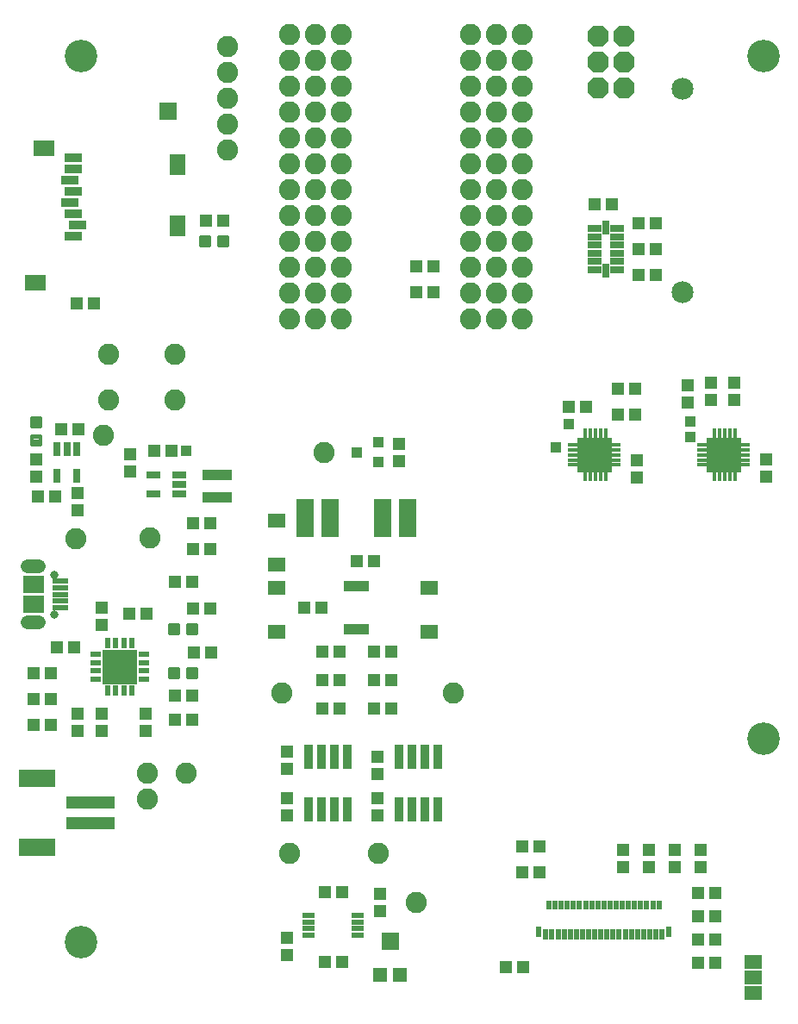
<source format=gts>
G75*
%MOIN*%
%OFA0B0*%
%FSLAX25Y25*%
%IPPOS*%
%LPD*%
%AMOC8*
5,1,8,0,0,1.08239X$1,22.5*
%
%ADD10R,0.02001X0.04300*%
%ADD11R,0.03200X0.09500*%
%ADD12R,0.04816X0.02414*%
%ADD13R,0.06587X0.05800*%
%ADD14R,0.06706X0.14580*%
%ADD15R,0.05131X0.04737*%
%ADD16R,0.04737X0.05131*%
%ADD17R,0.06706X0.07099*%
%ADD18R,0.05524X0.05524*%
%ADD19R,0.01981X0.03359*%
%ADD20R,0.01981X0.03950*%
%ADD21R,0.02375X0.04324*%
%ADD22R,0.02375X0.03950*%
%ADD23R,0.03950X0.02178*%
%ADD24R,0.03950X0.02375*%
%ADD25R,0.13386X0.13386*%
%ADD26C,0.01421*%
%ADD27R,0.05524X0.02965*%
%ADD28C,0.08200*%
%ADD29R,0.06115X0.02375*%
%ADD30R,0.08280X0.06706*%
%ADD31C,0.03162*%
%ADD32C,0.05169*%
%ADD33R,0.04343X0.03950*%
%ADD34R,0.18910X0.04737*%
%ADD35R,0.14186X0.07099*%
%ADD36R,0.11430X0.03950*%
%ADD37R,0.03950X0.01784*%
%ADD38R,0.01784X0.03950*%
%ADD39R,0.07100X0.05400*%
%ADD40C,0.12611*%
%ADD41R,0.08280X0.06312*%
%ADD42R,0.06312X0.07887*%
%ADD43R,0.06706X0.03556*%
%ADD44R,0.05524X0.02769*%
%ADD45R,0.02769X0.05524*%
%ADD46OC8,0.08200*%
%ADD47R,0.04300X0.04300*%
%ADD48R,0.02965X0.05524*%
%ADD49C,0.08477*%
%ADD50R,0.06800X0.06800*%
D10*
X0149563Y0163195D03*
X0151531Y0163195D03*
X0153500Y0163195D03*
X0155469Y0163195D03*
X0157437Y0163195D03*
X0157437Y0179805D03*
X0155469Y0179805D03*
X0153500Y0179805D03*
X0151531Y0179805D03*
X0149563Y0179805D03*
D11*
X0150000Y0113800D03*
X0145000Y0113800D03*
X0140000Y0113800D03*
X0135000Y0113800D03*
X0135000Y0093200D03*
X0140000Y0093200D03*
X0145000Y0093200D03*
X0150000Y0093200D03*
X0170000Y0093200D03*
X0175000Y0093200D03*
X0180000Y0093200D03*
X0185000Y0093200D03*
X0185000Y0113800D03*
X0180000Y0113800D03*
X0175000Y0113800D03*
X0170000Y0113800D03*
D12*
X0153949Y0052339D03*
X0153949Y0049780D03*
X0153949Y0047220D03*
X0153949Y0044661D03*
X0135051Y0044661D03*
X0135051Y0047220D03*
X0135051Y0049780D03*
X0135051Y0052339D03*
D13*
X0122500Y0162035D03*
X0122500Y0178965D03*
X0122500Y0188035D03*
X0122500Y0204965D03*
X0181500Y0178965D03*
X0181500Y0162035D03*
D14*
X0173421Y0206000D03*
X0163579Y0206000D03*
X0143421Y0206000D03*
X0133579Y0206000D03*
D15*
X0153654Y0189500D03*
X0160346Y0189500D03*
X0139846Y0171500D03*
X0133154Y0171500D03*
X0140154Y0154500D03*
X0146846Y0154500D03*
X0146846Y0143500D03*
X0140154Y0143500D03*
X0140154Y0132500D03*
X0146846Y0132500D03*
X0160154Y0132500D03*
X0166846Y0132500D03*
X0166846Y0143500D03*
X0160154Y0143500D03*
X0160154Y0154500D03*
X0166846Y0154500D03*
X0097346Y0154000D03*
X0090654Y0154000D03*
X0089846Y0137500D03*
X0083154Y0137500D03*
X0083154Y0128000D03*
X0089846Y0128000D03*
X0090154Y0171000D03*
X0096846Y0171000D03*
X0089846Y0181500D03*
X0083154Y0181500D03*
X0072346Y0169000D03*
X0065654Y0169000D03*
X0044346Y0156000D03*
X0037654Y0156000D03*
X0035346Y0146000D03*
X0028654Y0146000D03*
X0028654Y0136000D03*
X0035346Y0136000D03*
X0035346Y0126000D03*
X0028654Y0126000D03*
X0090154Y0194000D03*
X0096846Y0194000D03*
X0096846Y0204000D03*
X0090154Y0204000D03*
X0081846Y0232000D03*
X0075154Y0232000D03*
X0045846Y0240500D03*
X0039154Y0240500D03*
X0036846Y0214500D03*
X0030154Y0214500D03*
X0045154Y0289000D03*
X0051846Y0289000D03*
X0095154Y0321000D03*
X0101846Y0321000D03*
X0176654Y0303500D03*
X0183346Y0303500D03*
X0183346Y0293500D03*
X0176654Y0293500D03*
X0235654Y0249000D03*
X0242346Y0249000D03*
X0254654Y0246000D03*
X0261346Y0246000D03*
X0261346Y0256000D03*
X0254654Y0256000D03*
X0262654Y0300000D03*
X0269346Y0300000D03*
X0269346Y0310000D03*
X0262654Y0310000D03*
X0262654Y0320000D03*
X0269346Y0320000D03*
X0252346Y0327500D03*
X0245654Y0327500D03*
X0224346Y0079000D03*
X0217654Y0079000D03*
X0217654Y0069000D03*
X0224346Y0069000D03*
X0217846Y0032500D03*
X0211154Y0032500D03*
X0147846Y0034500D03*
X0141154Y0034500D03*
X0141254Y0061500D03*
X0147946Y0061500D03*
X0285654Y0061000D03*
X0292346Y0061000D03*
X0292346Y0052000D03*
X0285654Y0052000D03*
X0285654Y0043000D03*
X0292346Y0043000D03*
X0292346Y0034000D03*
X0285654Y0034000D03*
D16*
X0286500Y0071154D03*
X0286500Y0077846D03*
X0276500Y0077846D03*
X0276500Y0071154D03*
X0266500Y0071154D03*
X0266500Y0077846D03*
X0256500Y0077846D03*
X0256500Y0071154D03*
X0162500Y0060846D03*
X0162500Y0054154D03*
X0161500Y0091154D03*
X0161500Y0097846D03*
X0161500Y0107154D03*
X0161500Y0113846D03*
X0126500Y0115846D03*
X0126500Y0109154D03*
X0126500Y0097846D03*
X0126500Y0091154D03*
X0126500Y0043846D03*
X0126500Y0037154D03*
X0072000Y0123654D03*
X0072000Y0130346D03*
X0055000Y0130346D03*
X0055000Y0123654D03*
X0045500Y0123654D03*
X0045500Y0130346D03*
X0055000Y0164654D03*
X0055000Y0171346D03*
X0045500Y0209154D03*
X0045500Y0215846D03*
X0029500Y0222154D03*
X0029500Y0228846D03*
X0066000Y0230846D03*
X0066000Y0224154D03*
X0170000Y0228154D03*
X0170000Y0234846D03*
X0262000Y0228346D03*
X0262000Y0221654D03*
X0281500Y0250654D03*
X0281500Y0257346D03*
X0290500Y0258346D03*
X0290500Y0251654D03*
X0299500Y0251654D03*
X0299500Y0258346D03*
X0312000Y0228846D03*
X0312000Y0222154D03*
D17*
X0166500Y0042406D03*
D18*
X0162563Y0029315D03*
X0170437Y0029315D03*
D19*
X0227996Y0056504D03*
X0230358Y0056504D03*
X0232720Y0056504D03*
X0235083Y0056504D03*
X0237445Y0056504D03*
X0239807Y0056504D03*
X0242169Y0056504D03*
X0244531Y0056504D03*
X0246894Y0056504D03*
X0249256Y0056504D03*
X0251618Y0056504D03*
X0253980Y0056504D03*
X0256343Y0056504D03*
X0258705Y0056504D03*
X0261067Y0056504D03*
X0263429Y0056504D03*
X0265791Y0056504D03*
X0268154Y0056504D03*
X0270516Y0056504D03*
D20*
X0271657Y0045185D03*
X0269295Y0045185D03*
X0266933Y0045185D03*
X0264571Y0045185D03*
X0262209Y0045185D03*
X0259846Y0045185D03*
X0257484Y0045185D03*
X0255122Y0045185D03*
X0252760Y0045185D03*
X0250398Y0045185D03*
X0248035Y0045185D03*
X0245673Y0045185D03*
X0243311Y0045185D03*
X0240949Y0045185D03*
X0238587Y0045185D03*
X0236224Y0045185D03*
X0233862Y0045185D03*
X0231500Y0045185D03*
X0229138Y0045185D03*
X0226776Y0045185D03*
D21*
X0224020Y0045972D03*
X0274413Y0045972D03*
D22*
X0066724Y0139248D03*
X0063575Y0139248D03*
X0060425Y0139248D03*
X0057276Y0139248D03*
X0057276Y0157752D03*
X0060425Y0157752D03*
X0063575Y0157752D03*
X0066724Y0157752D03*
D23*
X0071252Y0143776D03*
D24*
X0071252Y0146925D03*
X0071252Y0150075D03*
X0071252Y0153224D03*
X0052748Y0153224D03*
X0052748Y0150075D03*
X0052748Y0146925D03*
X0052748Y0143776D03*
D25*
X0062000Y0148500D03*
X0245500Y0230500D03*
X0295500Y0230500D03*
D26*
X0100295Y0311342D02*
X0100295Y0314658D01*
X0103611Y0314658D01*
X0103611Y0311342D01*
X0100295Y0311342D01*
X0100295Y0312762D02*
X0103611Y0312762D01*
X0103611Y0314182D02*
X0100295Y0314182D01*
X0093389Y0314658D02*
X0093389Y0311342D01*
X0093389Y0314658D02*
X0096705Y0314658D01*
X0096705Y0311342D01*
X0093389Y0311342D01*
X0093389Y0312762D02*
X0096705Y0312762D01*
X0096705Y0314182D02*
X0093389Y0314182D01*
X0031158Y0241295D02*
X0027842Y0241295D01*
X0027842Y0244611D01*
X0031158Y0244611D01*
X0031158Y0241295D01*
X0031158Y0242715D02*
X0027842Y0242715D01*
X0027842Y0244135D02*
X0031158Y0244135D01*
X0031158Y0234389D02*
X0027842Y0234389D01*
X0027842Y0237705D01*
X0031158Y0237705D01*
X0031158Y0234389D01*
X0031158Y0235809D02*
X0027842Y0235809D01*
X0027842Y0237229D02*
X0031158Y0237229D01*
X0084705Y0164658D02*
X0084705Y0161342D01*
X0081389Y0161342D01*
X0081389Y0164658D01*
X0084705Y0164658D01*
X0084705Y0162762D02*
X0081389Y0162762D01*
X0081389Y0164182D02*
X0084705Y0164182D01*
X0091611Y0164658D02*
X0091611Y0161342D01*
X0088295Y0161342D01*
X0088295Y0164658D01*
X0091611Y0164658D01*
X0091611Y0162762D02*
X0088295Y0162762D01*
X0088295Y0164182D02*
X0091611Y0164182D01*
X0091611Y0147658D02*
X0091611Y0144342D01*
X0088295Y0144342D01*
X0088295Y0147658D01*
X0091611Y0147658D01*
X0091611Y0145762D02*
X0088295Y0145762D01*
X0088295Y0147182D02*
X0091611Y0147182D01*
X0084705Y0147658D02*
X0084705Y0144342D01*
X0081389Y0144342D01*
X0081389Y0147658D01*
X0084705Y0147658D01*
X0084705Y0145762D02*
X0081389Y0145762D01*
X0081389Y0147182D02*
X0084705Y0147182D01*
D27*
X0085119Y0215260D03*
X0085119Y0219000D03*
X0085119Y0222740D03*
X0074881Y0222740D03*
X0074881Y0215260D03*
D28*
X0073500Y0198500D03*
X0045000Y0198000D03*
X0055500Y0238000D03*
X0057700Y0251600D03*
X0057700Y0269400D03*
X0083300Y0269400D03*
X0083300Y0251600D03*
X0127500Y0283000D03*
X0127500Y0293000D03*
X0127500Y0303000D03*
X0137500Y0303000D03*
X0137500Y0293000D03*
X0137500Y0283000D03*
X0147500Y0283000D03*
X0147500Y0293000D03*
X0147500Y0303000D03*
X0147500Y0313000D03*
X0147500Y0323000D03*
X0147500Y0333000D03*
X0137500Y0333000D03*
X0137500Y0323000D03*
X0137500Y0313000D03*
X0127500Y0313000D03*
X0127500Y0323000D03*
X0127500Y0333000D03*
X0127500Y0343000D03*
X0127500Y0353000D03*
X0127500Y0363000D03*
X0137500Y0363000D03*
X0137500Y0353000D03*
X0137500Y0343000D03*
X0147500Y0343000D03*
X0147500Y0353000D03*
X0147500Y0363000D03*
X0147500Y0373000D03*
X0147500Y0383000D03*
X0147500Y0393000D03*
X0137500Y0393000D03*
X0137500Y0383000D03*
X0137500Y0373000D03*
X0127500Y0373000D03*
X0127500Y0383000D03*
X0127500Y0393000D03*
X0103500Y0388500D03*
X0103500Y0378500D03*
X0103500Y0368500D03*
X0103500Y0358500D03*
X0103500Y0348500D03*
X0197500Y0353000D03*
X0197500Y0343000D03*
X0207500Y0343000D03*
X0207500Y0353000D03*
X0207500Y0363000D03*
X0197500Y0363000D03*
X0197500Y0373000D03*
X0197500Y0383000D03*
X0197500Y0393000D03*
X0207500Y0393000D03*
X0207500Y0383000D03*
X0207500Y0373000D03*
X0217500Y0373000D03*
X0217500Y0383000D03*
X0217500Y0393000D03*
X0217500Y0363000D03*
X0217500Y0353000D03*
X0217500Y0343000D03*
X0217500Y0333000D03*
X0217500Y0323000D03*
X0217500Y0313000D03*
X0207500Y0313000D03*
X0207500Y0323000D03*
X0207500Y0333000D03*
X0197500Y0333000D03*
X0197500Y0323000D03*
X0197500Y0313000D03*
X0197500Y0303000D03*
X0197500Y0293000D03*
X0197500Y0283000D03*
X0207500Y0283000D03*
X0207500Y0293000D03*
X0207500Y0303000D03*
X0217500Y0303000D03*
X0217500Y0293000D03*
X0217500Y0283000D03*
X0141000Y0231500D03*
X0124500Y0138500D03*
X0087500Y0107500D03*
X0072500Y0107500D03*
X0072500Y0097500D03*
X0127500Y0076500D03*
X0162000Y0076500D03*
X0176500Y0057500D03*
X0191000Y0138500D03*
D29*
X0039031Y0171382D03*
X0039031Y0173941D03*
X0039031Y0176500D03*
X0039031Y0179059D03*
X0039031Y0181618D03*
D30*
X0028500Y0180437D03*
X0028539Y0172563D03*
D31*
X0036768Y0168823D03*
X0036768Y0184177D03*
D32*
X0030684Y0187425D02*
X0026316Y0187425D01*
X0026316Y0165575D02*
X0030684Y0165575D01*
D33*
X0153669Y0231500D03*
X0161937Y0227760D03*
X0161937Y0235240D03*
D34*
X0050567Y0095937D03*
X0050567Y0088063D03*
D35*
X0030094Y0078614D03*
X0030094Y0105386D03*
D36*
X0099500Y0214169D03*
X0099500Y0222831D03*
D37*
X0237429Y0226563D03*
X0237429Y0228531D03*
X0237429Y0230500D03*
X0237429Y0232469D03*
X0237429Y0234437D03*
X0253571Y0234437D03*
X0253571Y0232469D03*
X0253571Y0230500D03*
X0253571Y0228531D03*
X0253571Y0226563D03*
X0287429Y0226563D03*
X0287429Y0228531D03*
X0287429Y0230500D03*
X0287429Y0232469D03*
X0287429Y0234437D03*
X0303571Y0234437D03*
X0303571Y0232469D03*
X0303571Y0230500D03*
X0303571Y0228531D03*
X0303571Y0226563D03*
D38*
X0299831Y0222429D03*
X0297862Y0222429D03*
X0295894Y0222429D03*
X0293925Y0222429D03*
X0291957Y0222429D03*
X0291957Y0238571D03*
X0293925Y0238571D03*
X0295894Y0238571D03*
X0297862Y0238571D03*
X0299831Y0238571D03*
X0249831Y0238571D03*
X0247862Y0238571D03*
X0245894Y0238571D03*
X0243925Y0238571D03*
X0241957Y0238571D03*
X0241957Y0222429D03*
X0243925Y0222429D03*
X0245894Y0222429D03*
X0247862Y0222429D03*
X0249831Y0222429D03*
D39*
X0307000Y0034500D03*
X0307000Y0028500D03*
X0307000Y0022500D03*
D40*
X0047091Y0042091D03*
X0310870Y0120831D03*
X0310870Y0384610D03*
X0047091Y0384610D03*
D41*
X0032693Y0348925D03*
X0029150Y0296957D03*
D42*
X0084268Y0319004D03*
X0084268Y0342626D03*
D43*
X0044110Y0341051D03*
X0044110Y0345382D03*
X0042535Y0336720D03*
X0044110Y0332390D03*
X0042535Y0328059D03*
X0044110Y0323728D03*
X0045685Y0319398D03*
X0044110Y0315067D03*
D44*
X0245669Y0314724D03*
X0245669Y0311575D03*
X0245669Y0308425D03*
X0245669Y0305276D03*
X0245669Y0302126D03*
X0254331Y0302126D03*
X0254331Y0305276D03*
X0254331Y0308425D03*
X0254331Y0311575D03*
X0254331Y0314724D03*
X0254331Y0317874D03*
X0245669Y0317874D03*
D45*
X0250000Y0318268D03*
X0250000Y0301732D03*
D46*
X0247000Y0372500D03*
X0247000Y0382500D03*
X0247000Y0392500D03*
X0257000Y0392500D03*
X0257000Y0382500D03*
X0257000Y0372500D03*
D47*
X0282500Y0243500D03*
X0282500Y0237500D03*
X0235500Y0242500D03*
X0230500Y0233500D03*
X0087500Y0232000D03*
D48*
X0045240Y0232619D03*
X0041500Y0232619D03*
X0037760Y0232619D03*
X0037760Y0222381D03*
X0045240Y0222381D03*
D49*
X0279500Y0293413D03*
X0279500Y0372154D03*
D50*
X0080500Y0363500D03*
M02*

</source>
